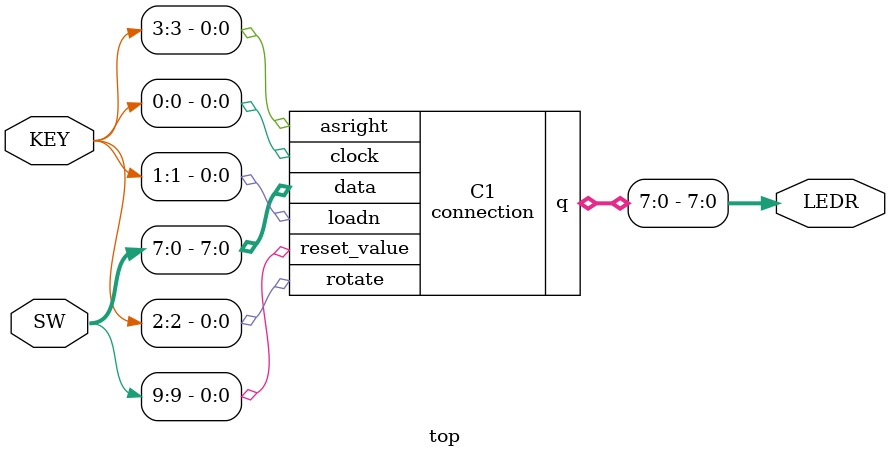
<source format=v>
module mux2to1(x,y,s,f);
	input x,y,s;
	output f;
	assign f=(~s&x)|(s&y);
endmodule

module posedge_triggered(d, clock, q, reset_value);
	input d, clock, reset_value;
	output reg q;
	always@(posedge clock)
	begin
		if(reset_value==1)
			q<=1;
		else
			q<=d;
	end
endmodule

module subcircuit(right, left, rotate, data, loadn, clock, q, reset_value);
	input right, left, rotate, data, loadn, clock, reset_value;
	output q;
	wire w1,w2;
	mux2to1 m1 (right,left, rotate, w1);
	mux2to1 m2 (data, w1, loadn, w2);
	posedge_triggered p1 (w2, clock, q, reset_value);
endmodule


module connection (data, rotate, loadn, clock, reset_value, asright, q);
	input [7:0]data;
	input  rotate, loadn, clock, reset_value, asright;
	output [7:0]q;
	//wire temp;
	//assign temp=q[0];
	wire w3;
	
	subcircuit s0 (q[7], q[1], rotate, data[0], loadn, clock, q[0], reset_value);
	subcircuit s1 (q[0], q[2], rotate, data[1], loadn, clock, q[1], reset_value);
	subcircuit s2 (q[1], q[3], rotate, data[2], loadn, clock, q[2], reset_value);
	subcircuit s3 (q[2], q[4], rotate, data[3], loadn, clock, q[3], reset_value);
	subcircuit s4 (q[3], q[5], rotate, data[4], loadn, clock, q[4], reset_value);
	subcircuit s5 (q[4], q[6], rotate, data[5], loadn, clock, q[5], reset_value);
	subcircuit s6 (q[5], q[7], rotate, data[6], loadn, clock, q[6], reset_value);
	subcircuit s7 (q[6], w3, rotate, data[7], loadn, clock, q[7], reset_value);
	mux2to1 s8 (q[0], q[7], asright, w3);
endmodule

module top(SW,KEY,LEDR);
	input [9:0]SW;
	input [3:0]KEY;
	output [9:0]LEDR;
	
	connection C1 (SW[7:0], KEY[2], KEY[1], KEY[0], SW[9], KEY[3],LEDR[7:0]);
	
endmodule
	
	
	
	
</source>
